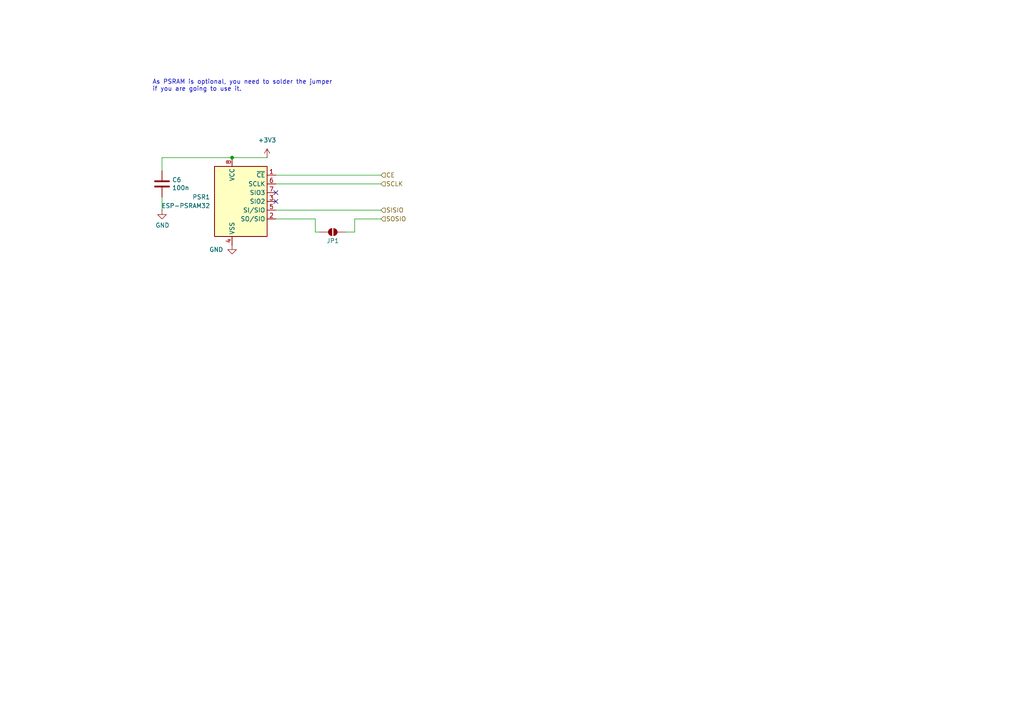
<source format=kicad_sch>
(kicad_sch (version 20250114) (generator "eeschema") (generator_version "9.0")
  (paper "A4")
  (title_block (title "FRANK M1") (date "2025-03-16") (rev "1.15") (company "Mikhail Matveev") (comment 1 "https://github.com/xtremespb/frank"))
  (lib_symbols
    (symbol "Device:C" (pin_numbers (hide yes)) (pin_names (offset 0.254))
      (property "Reference" "C" (at 0.635 2.54 0))
      (property "Value" "C" (at 0.635 -2.54 0))
      (symbol "C_0_1"
        (polyline (pts (xy -2.032 0.762) (xy 2.032 0.762)) (stroke (width 0.508)))
        (polyline (pts (xy -2.032 -0.762) (xy 2.032 -0.762)) (stroke (width 0.508)))
      )
      (symbol "C_1_1"
        (pin passive line (at 0 3.81 270) (length 2.794) (name "~") (number "1"))
        (pin passive line (at 0 -3.81 90) (length 2.794) (name "~") (number "2"))
      )
    )
    (symbol "FRANK:ESP-PSRAM32"
      (property "Reference" "PSR1" (at -8.89 1.2701 0))
      (property "Value" "PSRAM" (at -8.89 -1.2699 0))
      (symbol "ESP-PSRAM32_0_1"
        (rectangle (start -7.62 10.16) (end 7.62 -10.16) (stroke (width 0.254)) (fill (type background)))
      )
      (symbol "ESP-PSRAM32_1_1"
        (pin power_in line (at -2.54 12.7 270) (length 2.54) (name "VCC") (number "8"))
        (pin power_in line (at -2.54 -12.7 90) (length 2.54) (name "VSS") (number "4"))
        (pin input line (at 10.16 7.62 180) (length 2.54) (name "~{CE}") (number "1"))
        (pin output line (at 10.16 5.08 180) (length 2.54) (name "SCLK") (number "6"))
        (pin bidirectional line (at 10.16 2.54 180) (length 2.54) (name "SIO3") (number "7"))
        (pin bidirectional line (at 10.16 0 180) (length 2.54) (name "SIO2") (number "3"))
        (pin input line (at 10.16 -2.54 180) (length 2.54) (name "SI/SIO") (number "5"))
        (pin output line (at 10.16 -5.08 180) (length 2.54) (name "SO/SIO") (number "2"))
      )
    )
    (symbol "GND_1" (power) (pin_numbers (hide yes)) (pin_names (offset 0) (hide yes))
      (property "Value" "GND" (at 0 -3.81 0))
      (symbol "GND_1_0_1"
        (polyline (pts (xy 0 0) (xy 0 -1.27) (xy 1.27 -1.27) (xy 0 -2.54) (xy -1.27 -1.27) (xy 0 -1.27)))
      )
      (symbol "GND_1_1_1"
        (pin power_in line (at 0 0 270) (length 0) (name "~") (number "1"))
      )
    )
    (symbol "Jumper:SolderJumper_2_Open" (pin_numbers (hide yes)) (pin_names (offset 0) (hide yes)) (exclude_from_sim yes) (in_bom no)
      (property "Reference" "JP" (at 0 2.032 0))
      (property "Value" "SolderJumper_2_Open" (at 0 -2.54 0))
      (symbol "SolderJumper_2_Open_0_1"
        (polyline (pts (xy -0.254 1.016) (xy -0.254 -1.016)))
        (arc (start -0.254 -1.016) (mid -1.2656 0) (end -0.254 1.016))
        (arc (start -0.254 -1.016) (mid -1.2656 0) (end -0.254 1.016) (fill (type outline)))
        (arc (start 0.254 1.016) (mid 1.2656 0) (end 0.254 -1.016))
        (arc (start 0.254 1.016) (mid 1.2656 0) (end 0.254 -1.016) (fill (type outline)))
        (polyline (pts (xy 0.254 1.016) (xy 0.254 -1.016)))
      )
      (symbol "SolderJumper_2_Open_1_1"
        (pin passive line (at -3.81 0 0) (length 2.54) (name "A") (number "1"))
        (pin passive line (at 3.81 0 180) (length 2.54) (name "B") (number "2"))
      )
    )
    (symbol "power:+3V3" (power) (pin_numbers (hide yes)) (pin_names (offset 0) (hide yes))
      (property "Value" "+3V3" (at 0 3.556 0))
      (symbol "+3V3_0_1"
        (polyline (pts (xy -0.762 1.27) (xy 0 2.54)))
        (polyline (pts (xy 0 2.54) (xy 0.762 1.27)))
        (polyline (pts (xy 0 0) (xy 0 2.54)))
      )
      (symbol "+3V3_1_1"
        (pin power_in line (at 0 0 90) (length 0) (name "~") (number "1"))
      )
    )
    (symbol "power:GND" (power) (pin_numbers (hide yes)) (pin_names (offset 0) (hide yes))
      (property "Value" "GND" (at 0 -3.81 0))
      (symbol "GND_0_1"
        (polyline (pts (xy 0 0) (xy 0 -1.27) (xy 1.27 -1.27) (xy 0 -2.54) (xy -1.27 -1.27) (xy 0 -1.27)))
      )
      (symbol "GND_1_1"
        (pin power_in line (at 0 0 270) (length 0) (name "~") (number "1"))
      )
    )
  )
  (text "As PSRAM is optional, you need to solder the jumper\nif you are going to use it." (at 44.196 24.892 0) (effects (font (size 1.27 1.27)) (justify left)))
  (junction (at 67.31 45.72))
  (no_connect (at 80.01 55.88))
  (no_connect (at 80.01 58.42))
  (wire (pts (xy 80.01 50.8) (xy 110.49 50.8)))
  (wire (pts (xy 91.44 67.31) (xy 91.44 63.5)))
  (wire (pts (xy 91.44 67.31) (xy 92.71 67.31)))
  (wire (pts (xy 46.99 45.72) (xy 46.99 49.53)))
  (wire (pts (xy 80.01 53.34) (xy 110.49 53.34)))
  (wire (pts (xy 46.99 45.72) (xy 67.31 45.72)))
  (wire (pts (xy 67.31 45.72) (xy 77.47 45.72)))
  (wire (pts (xy 46.99 57.15) (xy 46.99 60.96)))
  (wire (pts (xy 80.01 60.96) (xy 110.49 60.96)))
  (wire (pts (xy 102.87 67.31) (xy 102.87 63.5)))
  (wire (pts (xy 102.87 63.5) (xy 110.49 63.5)))
  (wire (pts (xy 100.33 67.31) (xy 102.87 67.31)))
  (wire (pts (xy 91.44 63.5) (xy 80.01 63.5)))
  (hierarchical_label "SISIO" (shape input) (at 110.49 60.96 0))
  (hierarchical_label "CE" (shape input) (at 110.49 50.8 0))
  (hierarchical_label "SCLK" (shape input) (at 110.49 53.34 0))
  (hierarchical_label "SOSIO" (shape input) (at 110.49 63.5 0))
  (symbol (lib_id "power:GND") (at 67.31 71.12 0) (unit 1)
    (property "Reference" "#PWR043" (effects (hide yes)))
    (property "Value" "GND" (at 64.77 72.39 0) (effects (justify right)))
    (property "Description" "Power symbol creates a global label with name \"GND\" , ground" (effects (hide yes)))
  )
  (symbol (lib_id "power:+3V3") (at 77.47 45.72 0) (unit 1)
    (property "Reference" "#PWR041" (effects (hide yes)))
    (property "Value" "+3V3" (at 77.47 40.64 0))
    (property "Description" "Power symbol creates a global label with name \"+3V3\"" (effects (hide yes)))
  )
  (symbol (lib_id "FRANK:ESP-PSRAM32") (at 69.85 58.42 0) (unit 1)
    (property "Reference" "PSR1" (at 60.96 57.1499 0) (effects (justify right)))
    (property "Value" "ESP-PSRAM32" (at 60.96 59.6899 0) (effects (justify right)))
    (property "Footprint" "FRANK:SO-8" (effects (hide yes)))
    (property "Datasheet" "https://www.espressif.com/sites/default/files/documentation/esp-psram32_datasheet_en.pdf" (effects (hide yes)))
    (property "AliExpress" "https://www.aliexpress.com/item/1005006440914173.html" (effects (hide yes)))
  )
  (symbol (lib_id "Device:C") (at 46.99 53.34 0) (unit 1)
    (property "Reference" "C6" (at 49.911 52.1716 0) (effects (justify left)))
    (property "Value" "100n" (at 49.911 54.483 0) (effects (justify left)))
    (property "Footprint" "FRANK:Capacitor (0805)" (effects (hide yes)))
    (property "Datasheet" "https://eu.mouser.com/datasheet/2/40/KGM_X7R-3223212.pdf" (effects (hide yes)))
    (property "AliExpress" "https://www.aliexpress.com/item/33008008276.html" (effects (hide yes)))
  )
  (symbol (lib_id "Jumper:SolderJumper_2_Open") (at 96.52 67.31 0) (unit 1)
    (property "Reference" "JP1" (at 96.52 69.85 0))
    (property "Value" "Jumper (Solder)" (effects (hide yes)))
    (property "Footprint" "FRANK:Jumper (solder)" (effects (hide yes)))
    (property "Description" "Solder Jumper, 2-pole, open" (effects (hide yes)))
    (property "AliExpress" "https://www.aliexpress.com/item/1005006454399822.html" (effects (hide yes)))
  )
  (symbol (lib_name "GND_1") (lib_id "power:GND") (at 46.99 60.96 0) (unit 1)
    (property "Reference" "#PWR042" (effects (hide yes)))
    (property "Value" "GND" (at 47.117 65.3542 0))
    (property "Description" "Power symbol creates a global label with name \"GND\" , ground" (effects (hide yes)))
  )
)
</source>
